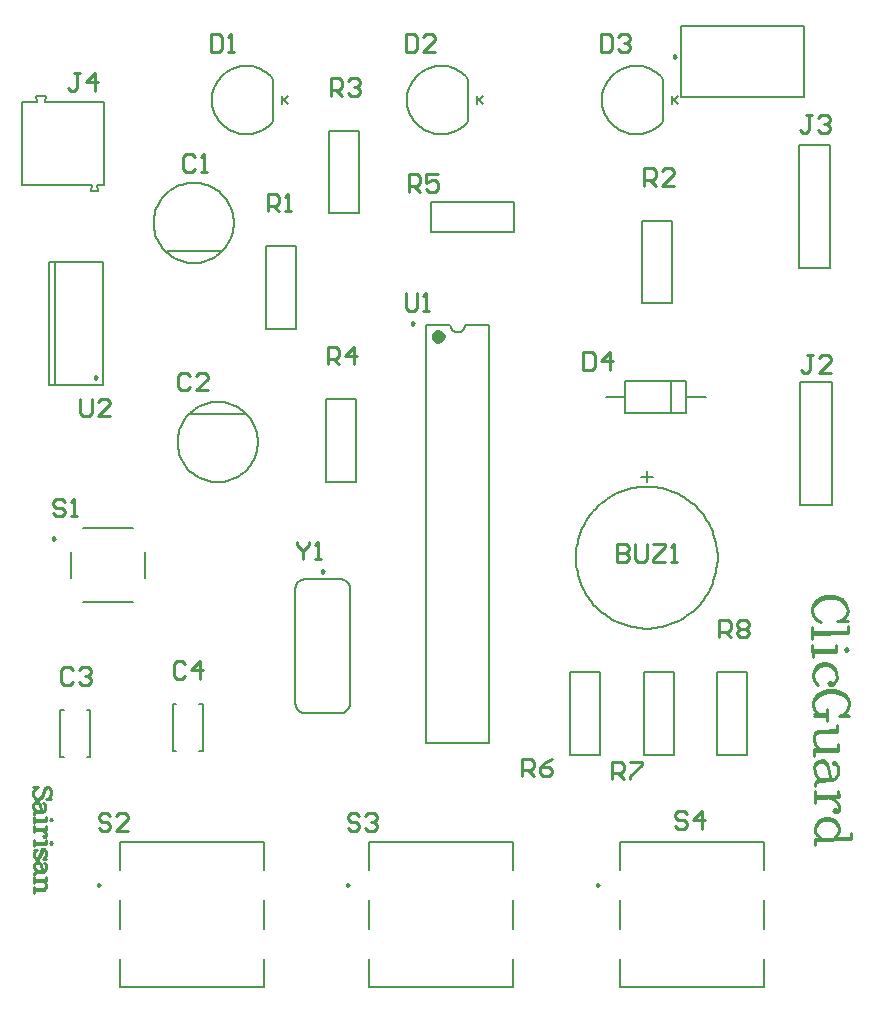
<source format=gto>
%FSTAX23Y23*%
%MOIN*%
%SFA1B1*%

%IPPOS*%
%ADD10C,0.009840*%
%ADD11C,0.023620*%
%ADD12C,0.007870*%
%ADD13C,0.005910*%
%ADD14C,0.010000*%
%ADD15C,0.006000*%
%LNclicguard-1*%
%LPD*%
G54D10*
X04507Y04104D02*
X045Y04109D01*
Y041*
X04507Y04104*
X02587Y01343D02*
X0258Y01347D01*
Y01339*
X02587Y01343*
X03417D02*
X0341Y01347D01*
Y01339*
X03417Y01343*
X03634Y03216D02*
X03627Y0322D01*
Y03211*
X03634Y03216*
X02578Y03035D02*
X0257Y0304D01*
Y03031*
X02578Y03035*
X04252Y01343D02*
X04245Y01347D01*
Y01339*
X04252Y01343*
X02437Y02498D02*
X02429Y02502D01*
Y02494*
X02437Y02498*
X03334Y02389D02*
X03327Y02393D01*
Y02384*
X03334Y02389*
G54D11*
X03726Y03172D02*
X03722Y03181D01*
X03712Y03184*
X03704Y03177*
Y03167*
X03712Y0316*
X03722Y03163*
X03726Y03172*
G54D12*
X03755Y03211D02*
X03756Y03202D01*
X03762Y03194*
X0377Y03188*
X0378Y03186*
X03789Y03188*
X03797Y03194*
X03803Y03202*
X03805Y03211*
X04462Y04033D02*
X04456Y0404D01*
X04448Y04047*
X04441Y04053*
X04432Y04058*
X04424Y04063*
X04415Y04066*
X04405Y04069*
X04396Y04072*
X04386Y04073*
X04376Y04074*
X04366Y04073*
X04357Y04072*
X04347Y0407*
X04338Y04068*
X04328Y04064*
X0432Y0406*
X04311Y04054*
X04303Y04049*
X04296Y04042*
X04289Y04035*
X04283Y04027*
X04277Y04019*
X04281Y04025D02*
X04276Y04017D01*
X04271Y04008*
X04267Y03999*
X04264Y03989*
X04262Y0398*
X04261Y0397*
X0426Y0396*
X04261Y0395*
X04262Y0394*
X04264Y0393*
X04267Y0392*
X04271Y03911*
X04276Y03902*
X04281Y03894*
X04287Y03886*
X04294Y03879*
X04301Y03872*
X04309Y03866*
X04318Y0386*
X04327Y03856*
X04336Y03852*
X04345Y03849*
X04355Y03847*
X04365Y03846*
X04375Y03845*
X04385Y03846*
X04395Y03847*
X04405Y03849*
X04414Y03852*
X04424Y03856*
X04432Y03861*
X04441Y03867*
X04449Y03873*
X04456Y03879*
X04463Y03887*
X03162Y04033D02*
X03156Y0404D01*
X03148Y04047*
X03141Y04053*
X03132Y04058*
X03124Y04063*
X03115Y04066*
X03105Y04069*
X03096Y04072*
X03086Y04073*
X03076Y04074*
X03066Y04073*
X03057Y04072*
X03047Y0407*
X03038Y04068*
X03028Y04064*
X0302Y0406*
X03011Y04054*
X03003Y04049*
X02996Y04042*
X02989Y04035*
X02983Y04027*
X02977Y04019*
X02981Y04025D02*
X02976Y04017D01*
X02971Y04008*
X02967Y03999*
X02964Y03989*
X02962Y0398*
X02961Y0397*
X0296Y0396*
X02961Y0395*
X02962Y0394*
X02964Y0393*
X02967Y0392*
X02971Y03911*
X02976Y03902*
X02981Y03894*
X02987Y03886*
X02994Y03879*
X03001Y03872*
X03009Y03866*
X03018Y0386*
X03027Y03856*
X03036Y03852*
X03045Y03849*
X03055Y03847*
X03065Y03846*
X03075Y03845*
X03085Y03846*
X03095Y03847*
X03105Y03849*
X03114Y03852*
X03124Y03856*
X03132Y03861*
X03141Y03867*
X03149Y03873*
X03156Y03879*
X03163Y03887*
X03812Y04033D02*
X03806Y0404D01*
X03798Y04047*
X03791Y04053*
X03782Y04058*
X03774Y04063*
X03765Y04066*
X03755Y04069*
X03746Y04072*
X03736Y04073*
X03726Y04074*
X03716Y04073*
X03707Y04072*
X03697Y0407*
X03688Y04068*
X03678Y04064*
X0367Y0406*
X03661Y04054*
X03653Y04049*
X03646Y04042*
X03639Y04035*
X03633Y04027*
X03627Y04019*
X03631Y04025D02*
X03626Y04017D01*
X03621Y04008*
X03617Y03999*
X03614Y03989*
X03612Y0398*
X03611Y0397*
X0361Y0396*
X03611Y0395*
X03612Y0394*
X03614Y0393*
X03617Y0392*
X03621Y03911*
X03626Y03902*
X03631Y03894*
X03637Y03886*
X03644Y03879*
X03651Y03872*
X03659Y03866*
X03668Y0386*
X03677Y03856*
X03686Y03852*
X03695Y03849*
X03705Y03847*
X03715Y03846*
X03725Y03845*
X03735Y03846*
X03745Y03847*
X03755Y03849*
X03764Y03852*
X03774Y03856*
X03782Y03861*
X03791Y03867*
X03799Y03873*
X03806Y03879*
X03813Y03887*
X03389Y01916D02*
X03399Y01918D01*
X03408Y01922*
X03415Y01929*
X03419Y01939*
X03421Y01949*
X03238D02*
X0324Y01939D01*
X03244Y01929*
X03251Y01922*
X0326Y01918*
X0327Y01916*
Y02363D02*
X0326Y02361D01*
X03251Y02357*
X03244Y0235*
X0324Y0234*
X03238Y0233*
X03421D02*
X03419Y0234D01*
X03415Y0235*
X03408Y02357*
X03399Y02361*
X03389Y02363*
X04934Y03971D02*
Y04208D01*
X04525D02*
X04934D01*
X04525Y03971D02*
Y04208D01*
Y03971D02*
X04934D01*
X02654Y01485D02*
X03135D01*
Y01004D02*
Y01095D01*
Y01197D02*
Y01292D01*
Y01394D02*
Y01485D01*
X02654Y01004D02*
X03135D01*
X02654D02*
Y01095D01*
Y01197D02*
Y01292D01*
Y01394D02*
Y01485D01*
X03484D02*
X03965D01*
Y01004D02*
Y01095D01*
Y01197D02*
Y01292D01*
Y01394D02*
Y01485D01*
X03484Y01004D02*
X03965D01*
X03484D02*
Y01095D01*
Y01197D02*
Y01292D01*
Y01394D02*
Y01485D01*
X03675Y01818D02*
X03884D01*
X03805Y03211D02*
X03884D01*
X03675D02*
X03755D01*
X03884Y01818D02*
Y03211D01*
X03675Y01818D02*
Y03211D01*
X0441Y02685D02*
Y02724D01*
X0439Y02704D02*
X04429D01*
X04337Y02916D02*
X04542D01*
X04337D02*
Y03023D01*
X04542*
Y02916D02*
Y03023D01*
Y0297D02*
X04606D01*
X04273D02*
X04337D01*
X04491Y02919D02*
Y0302D01*
X04395Y03282D02*
Y03557D01*
X04494*
Y03282D02*
Y03557D01*
X04395Y03282D02*
X04494D01*
X03692Y03619D02*
X03967D01*
Y0352D02*
Y03619D01*
X03692Y0352D02*
X03967D01*
X03692D02*
Y03619D01*
X0314Y03197D02*
Y03472D01*
X03239*
Y03197D02*
Y03472D01*
X0314Y03197D02*
X03239D01*
X04155Y02052D02*
X04254D01*
X04155Y01777D02*
Y02052D01*
Y01777D02*
X04254D01*
Y02052*
X044Y01777D02*
X04499D01*
Y02052*
X044D02*
X04499D01*
X044Y01777D02*
Y02052D01*
X04917Y0381D02*
X05022D01*
X04917Y03399D02*
Y0381D01*
Y03399D02*
X05022D01*
Y0381*
X04922Y0302D02*
X05027D01*
X04922Y02609D02*
Y0302D01*
Y02609D02*
X05027D01*
Y0302*
X02557Y03657D02*
X02559Y03677D01*
X02577D02*
X02579Y03657D01*
X02557D02*
X02579D01*
X02602Y03677D02*
Y03952D01*
X02327D02*
X02378D01*
X02327Y03677D02*
Y03952D01*
X02577Y03677D02*
X02602D01*
X02327D02*
X02559D01*
X02375Y03972D02*
X02406D01*
X02375D02*
X02378Y03952D01*
X02403D02*
X02602D01*
X02403Y03952D02*
X02406Y03972D01*
X02809Y03457D02*
X0299D01*
X02437Y0301D02*
Y03419D01*
X02417Y0301D02*
X02598D01*
Y03419D01*
X02417D02*
X02598D01*
X02417Y0301D02*
Y03419D01*
X04319Y01394D02*
Y01485D01*
Y01197D02*
Y01292D01*
Y01004D02*
Y01095D01*
Y01004D02*
X048D01*
Y01394D02*
Y01485D01*
Y01197D02*
Y01292D01*
Y01004D02*
Y01095D01*
X04319Y01485D02*
X048D01*
X02738Y02366D02*
Y02453D01*
X02532Y02533D02*
X02697D01*
X02491Y02366D02*
Y02453D01*
X02532Y02286D02*
X02697D01*
X04465Y0389D02*
Y0403D01*
X0334Y02687D02*
X03439D01*
Y02962*
X0334D02*
X03439D01*
X0334Y02687D02*
Y02962D01*
X03165Y0389D02*
Y0403D01*
X0335Y03582D02*
X03449D01*
Y03857*
X0335D02*
X03449D01*
X0335Y03582D02*
Y03857D01*
X02889Y02913D02*
X0307D01*
X03815Y0389D02*
Y0403D01*
X04645Y02052D02*
X04744D01*
X04645Y01777D02*
Y02052D01*
Y01777D02*
X04744D01*
Y02052*
X02455Y01771D02*
X02466D01*
X02543D02*
X02554D01*
Y01928*
X02455D02*
X02466D01*
X02543D02*
X02554D01*
X02455Y01771D02*
Y01928D01*
X0327Y02363D02*
D01*
X03389*
X0327Y01916D02*
X03389D01*
X03421Y01949D02*
Y0233D01*
X03238Y01949D02*
Y0233D01*
X0283Y01791D02*
X02841D01*
X02918D02*
X02929D01*
Y01948*
X0283D02*
X02841D01*
X02918D02*
X02929D01*
X0283Y01791D02*
Y01948D01*
G54D13*
X04646Y02435D02*
X04646Y02445D01*
X04645Y02455*
X04644Y02465*
X04642Y02474*
X0464Y02484*
X04638Y02494*
X04635Y02504*
X04632Y02513*
X04629Y02523*
X04625Y02532*
X0462Y02541*
X04616Y0255*
X04611Y02558*
X04605Y02567*
X04599Y02575*
X04593Y02583*
X04587Y02591*
X0458Y02598*
X04573Y02605*
X04566Y02612*
X04558Y02618*
X0455Y02624*
X04542Y0263*
X04533Y02636*
X04525Y02641*
X04516Y02645*
X04507Y0265*
X04498Y02654*
X04488Y02657*
X04479Y0266*
X04469Y02663*
X04459Y02665*
X04449Y02667*
X0444Y02669*
X0443Y0267*
X0442Y02671*
X0441Y02671*
X04399Y02671*
X04389Y0267*
X0438Y02669*
X0437Y02667*
X0436Y02665*
X0435Y02663*
X0434Y0266*
X04331Y02657*
X04321Y02654*
X04312Y0265*
X04303Y02645*
X04294Y02641*
X04286Y02636*
X04277Y0263*
X04269Y02624*
X04261Y02618*
X04253Y02612*
X04246Y02605*
X04239Y02598*
X04232Y02591*
X04226Y02583*
X0422Y02575*
X04214Y02567*
X04208Y02558*
X04203Y0255*
X04199Y02541*
X04194Y02532*
X0419Y02523*
X04187Y02513*
X04184Y02504*
X04181Y02494*
X04179Y02484*
X04177Y02474*
X04175Y02465*
X04174Y02455*
X04173Y02445*
X04173Y02435*
X04173Y02424*
X04174Y02414*
X04175Y02404*
X04177Y02395*
X04179Y02385*
X04181Y02375*
X04184Y02365*
X04187Y02356*
X0419Y02346*
X04194Y02337*
X04199Y02328*
X04203Y02319*
X04208Y02311*
X04214Y02302*
X0422Y02294*
X04226Y02286*
X04232Y02278*
X04239Y02271*
X04246Y02264*
X04253Y02257*
X04261Y02251*
X04269Y02245*
X04277Y02239*
X04286Y02233*
X04294Y02228*
X04303Y02224*
X04312Y02219*
X04321Y02215*
X04331Y02212*
X0434Y02209*
X0435Y02206*
X0436Y02204*
X0437Y02202*
X0438Y022*
X04389Y02199*
X04399Y02198*
X0441Y02198*
X0442Y02198*
X0443Y02199*
X0444Y022*
X04449Y02202*
X04459Y02204*
X04469Y02206*
X04479Y02209*
X04488Y02212*
X04498Y02215*
X04507Y02219*
X04516Y02224*
X04525Y02228*
X04533Y02233*
X04542Y02239*
X0455Y02245*
X04558Y02251*
X04566Y02257*
X04573Y02264*
X0458Y02271*
X04587Y02278*
X04593Y02286*
X04599Y02294*
X04605Y02302*
X04611Y02311*
X04616Y02319*
X0462Y02328*
X04625Y02337*
X04629Y02346*
X04632Y02356*
X04635Y02365*
X04638Y02375*
X0464Y02385*
X04642Y02395*
X04644Y02405*
X04645Y02414*
X04646Y02424*
X04646Y02435*
X03033Y0355D02*
X03033Y0356D01*
X03032Y0357*
X0303Y0358*
X03027Y0359*
X03024Y03599*
X0302Y03608*
X03015Y03617*
X0301Y03626*
X03004Y03634*
X02998Y03641*
X02991Y03648*
X02983Y03655*
X02975Y03661*
X02966Y03666*
X02958Y03671*
X02948Y03675*
X02939Y03678*
X02929Y03681*
X02919Y03683*
X0291Y03684*
X029Y03684*
X0289Y03684*
X0288Y03683*
X0287Y03681*
X0286Y03678*
X02851Y03675*
X02841Y03671*
X02833Y03666*
X02824Y03661*
X02816Y03655*
X02808Y03648*
X02801Y03641*
X02795Y03634*
X02789Y03626*
X02784Y03617*
X02779Y03608*
X02775Y03599*
X02772Y0359*
X02769Y0358*
X02767Y0357*
X02766Y0356*
X02766Y0355*
X02766Y0354*
X02767Y0353*
X02769Y03521*
X02772Y03511*
X02775Y03501*
X02779Y03492*
X02784Y03483*
X02789Y03475*
X02795Y03467*
X02801Y03459*
X02808Y03452*
X02816Y03446*
X02824Y0344*
X02833Y03434*
X02841Y0343*
X02851Y03426*
X0286Y03422*
X0287Y0342*
X0288Y03418*
X0289Y03417*
X029Y03416*
X0291Y03417*
X02919Y03418*
X02929Y0342*
X02939Y03422*
X02948Y03426*
X02958Y0343*
X02966Y03434*
X02975Y0344*
X02983Y03446*
X02991Y03452*
X02998Y03459*
X03004Y03467*
X0301Y03475*
X03015Y03483*
X0302Y03492*
X03024Y03501*
X03027Y03511*
X0303Y03521*
X03032Y0353*
X03033Y0354*
X03033Y0355*
X03113Y0282D02*
X03113Y0283D01*
X03112Y02839*
X0311Y02849*
X03107Y02859*
X03104Y02868*
X031Y02878*
X03095Y02886*
X0309Y02895*
X03084Y02903*
X03078Y02911*
X03071Y02918*
X03063Y02924*
X03055Y0293*
X03046Y02935*
X03038Y0294*
X03028Y02944*
X03019Y02947*
X03009Y0295*
X02999Y02952*
X0299Y02953*
X0298Y02953*
X0297Y02953*
X0296Y02952*
X0295Y0295*
X0294Y02947*
X02931Y02944*
X02921Y0294*
X02913Y02935*
X02904Y0293*
X02896Y02924*
X02888Y02918*
X02881Y02911*
X02875Y02903*
X02869Y02895*
X02864Y02886*
X02859Y02878*
X02855Y02868*
X02852Y02859*
X02849Y02849*
X02847Y02839*
X02846Y0283*
X02846Y0282*
X02846Y0281*
X02847Y028*
X02849Y0279*
X02852Y0278*
X02855Y02771*
X02859Y02761*
X02864Y02753*
X02869Y02744*
X02875Y02736*
X02881Y02728*
X02888Y02721*
X02896Y02715*
X02904Y02709*
X02913Y02704*
X02921Y02699*
X02931Y02695*
X0294Y02692*
X0295Y02689*
X0296Y02687*
X0297Y02686*
X0298Y02686*
X0299Y02686*
X02999Y02687*
X03009Y02689*
X03019Y02692*
X03028Y02695*
X03038Y02699*
X03046Y02704*
X03055Y02709*
X03063Y02715*
X03071Y02721*
X03078Y02728*
X03084Y02736*
X0309Y02744*
X03095Y02753*
X031Y02761*
X03104Y02771*
X03107Y0278*
X0311Y0279*
X03112Y028*
X03113Y0281*
X03113Y0282*
G54D14*
X05062Y02227D02*
X05045Y02222D01*
X05079Y02222*
X05062Y02227*
X05073Y02239*
X05079Y02256*
X05078Y02267*
X05072Y02284*
X05061Y02295*
X0505Y023*
X05033Y02306*
X05005Y02305*
X04988Y02299*
X04977Y02294*
X04966Y02282*
X0496Y02265*
X0496Y02254*
X04966Y02237*
X04978Y02226*
X04989Y02221*
X05078Y02267D02*
X05073Y02278D01*
X05061Y02289*
X0505Y02295*
X05033Y023*
X05005Y023*
X04988Y02294*
X04977Y02288*
X04966Y02277*
X0496Y02265*
X0508Y02188D02*
X04961Y02187D01*
X0508Y02183D02*
X04962Y02181D01*
X05079Y02205D02*
X0508Y02183D01*
X04961Y02203D02*
X04962Y02164D01*
X0508Y02128D02*
X05075Y02133D01*
X05069Y02127*
X05075Y02122*
X0508Y02128*
X05041Y02127D02*
X04962Y02126D01*
X05041Y02121D02*
X04962Y0212D01*
X05041Y02144D02*
X05041Y02121D01*
X04962Y02143D02*
X04963Y02103D01*
X05026Y02015D02*
X0502Y02021D01*
X05015Y02015*
X0502Y0201*
X05026Y0201*
X05037Y02021*
X05043Y02033*
X05042Y02049*
X05036Y02066*
X05025Y02077*
X05008Y02083*
X04997Y02083*
X0498Y02077*
X04969Y02065*
X04964Y02048*
X04964Y02037*
X0497Y0202*
X04981Y02009*
X05042Y02049D02*
X05036Y02061D01*
X05025Y02072*
X05008Y02077*
X04997Y02077*
X0498Y02071*
X04969Y0206*
X04964Y02048*
X05067Y01914D02*
X0505Y01908D01*
X05084Y01908*
X05067Y01914*
X05078Y01925*
X05083Y01942*
X05083Y01953*
X05077Y0197*
X05066Y01981*
X05054Y01987*
X05038Y01992*
X05009Y01992*
X04993Y01986*
X04981Y0198*
X0497Y01969*
X04965Y01952*
X04965Y0194*
X04971Y01924*
X04983Y01912*
X05083Y01953D02*
X05077Y01965D01*
X05066Y01976*
X05055Y01981*
X05038Y01986*
X0501Y01986*
X04993Y0198*
X04982Y01974*
X0497Y01963*
X04965Y01952*
X05011Y01913D02*
X04966Y01912D01*
X05011Y01907D02*
X04966Y01907D01*
X0501Y0193D02*
X05011Y0189D01*
X05045Y01859D02*
X04983Y01858D01*
X04972Y01852*
X04967Y01835*
X04967Y01824*
X04973Y01807*
X04984Y01796*
X05045Y01853D02*
X04983Y01852D01*
X04972Y01847*
X04967Y01835*
X05046Y01797D02*
X04967Y01796D01*
X05046Y01791D02*
X04968Y0179D01*
X05045Y01876D02*
X05045Y01853D01*
X05046Y01814D02*
X05046Y01791D01*
X04967Y01796D02*
X04968Y01773D01*
X05036Y01748D02*
X0503Y01748D01*
X0503Y01753*
X05036Y01754*
X05041Y01748*
X05047Y01737*
X05047Y01714*
X05042Y01703*
X05036Y01697*
X05025Y01692*
X04986Y01691*
X04975Y01685*
X04969Y01679*
X05036Y01697D02*
X04986Y01697D01*
X04975Y01691*
X04969Y01679*
X04969Y01674*
X05025Y01697D02*
X05019Y01703D01*
X05013Y01736*
X05007Y01753*
X04996Y01759*
X04985Y01758*
X04974Y01753*
X04968Y01736*
X04969Y01719*
X04974Y01708*
X04986Y01697*
X05013Y01736D02*
X05008Y01748D01*
X04996Y01753*
X04985Y01753*
X04974Y01747*
X04968Y01736*
X05049Y01641D02*
X0497Y0164D01*
X05049Y01636D02*
X0497Y01634D01*
X05015Y01635D02*
X05032Y0163D01*
X05043Y01619*
X05049Y01608*
X05049Y01591*
X05044Y01585*
X05038Y01585*
X05032Y0159*
X05038Y01596*
X05044Y01591*
X05048Y01658D02*
X05049Y01636D01*
X0497Y01657D02*
X0497Y01618D01*
X0509Y015D02*
X04972Y01498D01*
X0509Y01495D02*
X04972Y01493D01*
X05034Y01499D02*
X05045Y01511D01*
X0505Y01522*
X0505Y01533*
X05044Y0155*
X05033Y01561*
X05016Y01567*
X05005Y01566*
X04988Y01561*
X04977Y01549*
X04971Y01532*
X04972Y01521*
X04977Y0151*
X04989Y01499*
X0505Y01533D02*
X05044Y01544D01*
X05033Y01556*
X05016Y01561*
X05005Y01561*
X04988Y01555*
X04977Y01543*
X04971Y01532*
X0509Y01517D02*
X0509Y01495D01*
X04972Y01498D02*
X04972Y01476D01*
X02416Y01633D02*
X02425Y0163D01*
X02408Y0163*
X02416Y01633*
X02422Y01639*
X02425Y01647*
X02425Y01656*
X02422Y01664*
X02416Y0167*
X0241Y0167*
X02405Y01667*
X02402Y01664*
X02399Y01659*
X02393Y01641*
X02391Y01636*
X02385Y0163*
X0241Y0167D02*
X02405Y01664D01*
X02402Y01659*
X02396Y01641*
X02394Y01636*
X02391Y01633*
X02385Y0163*
X02374Y0163*
X02368Y01635*
X02365Y01644*
X02365Y01652*
X02368Y01661*
X02373Y01667*
X02382Y0167*
X02365Y0167*
X02373Y01667*
X02399Y01615D02*
X02397Y01615D01*
X02397Y01618*
X02399Y01618*
X02402Y01615*
X02405Y0161*
X02405Y01598*
X02403Y01593*
X024Y0159*
X02394Y01587*
X02374Y01587*
X02368Y01584*
X02366Y01581*
X024Y0159D02*
X02374Y01589D01*
X02368Y01587*
X02366Y01581*
X02366Y01578*
X02394Y0159D02*
X02391Y01592D01*
X02388Y0161*
X02385Y01618*
X02379Y01621*
X02374Y01621*
X02368Y01618*
X02365Y01609*
X02365Y01601*
X02368Y01595*
X02374Y01589*
X02388Y0161D02*
X02385Y01615D01*
X02379Y01618*
X02374Y01618*
X02368Y01615*
X02365Y01609*
X02426Y01561D02*
X02423Y01564D01*
X0242Y01561*
X02423Y01559*
X02426Y01561*
X02406Y01561D02*
X02366Y01561D01*
X02406Y01558D02*
X02366Y01558D01*
X02406Y0157D02*
X02406Y01558D01*
X02366Y01569D02*
X02366Y01549D01*
X02406Y0153D02*
X02366Y0153D01*
X02406Y01527D02*
X02366Y01527D01*
X02389Y01527D02*
X02398Y01525D01*
X02403Y01519*
X02406Y01513*
X02406Y01505*
X02403Y01502*
X02401Y01502*
X02398Y01505*
X02401Y01507*
X02403Y01505*
X02406Y01539D02*
X02406Y01527D01*
X02366Y01539D02*
X02366Y01519D01*
X02426Y01484D02*
X02424Y01487D01*
X02421Y01484*
X02424Y01481*
X02426Y01484*
X02406Y01484D02*
X02367Y01484D01*
X02407Y01481D02*
X02367Y01481D01*
X02406Y01493D02*
X02407Y01481D01*
X02366Y01492D02*
X02367Y01472D01*
X02401Y01433D02*
X02407Y0143D01*
X02396Y0143*
X02401Y01433*
X02404Y01436*
X02407Y01442*
X02407Y01453*
X02404Y01459*
X02401Y01462*
X02395Y01462*
X02392Y01459*
X0239Y01453*
X02384Y01439*
X02381Y01433*
X02378Y0143*
X02398Y01462D02*
X02395Y01459D01*
X02393Y01453*
X02387Y01439*
X02384Y01433*
X02381Y0143*
X02373Y0143*
X0237Y01433*
X02367Y01439*
X02367Y0145*
X0237Y01456*
X02372Y01459*
X02378Y01461*
X02367Y01461*
X02372Y01459*
X02401Y01415D02*
X02399Y01415D01*
X02399Y01418*
X02401Y01418*
X02404Y01415*
X02407Y01409*
X02407Y01398*
X02405Y01392*
X02402Y01389*
X02396Y01386*
X02376Y01386*
X0237Y01383*
X02368Y0138*
X02402Y01389D02*
X02376Y01389D01*
X0237Y01386*
X02368Y0138*
X02368Y01377*
X02396Y01389D02*
X02393Y01392D01*
X0239Y01409*
X02387Y01418*
X02381Y0142*
X02376Y0142*
X0237Y01417*
X02367Y01409*
X02367Y014*
X0237Y01395*
X02376Y01389*
X0239Y01409D02*
X02387Y01415D01*
X02381Y01418*
X02376Y01417*
X0237Y01415*
X02367Y01409*
X02408Y01361D02*
X02368Y0136D01*
X02408Y01358D02*
X02368Y01357D01*
X02399Y01358D02*
X02405Y01352D01*
X02408Y01344*
X02408Y01338*
X02405Y01329*
X024Y01326*
X02368Y01326*
X02408Y01338D02*
X02405Y01332D01*
X024Y01329*
X02368Y01329*
X02408Y01369D02*
X02408Y01358D01*
X02368Y01369D02*
X02368Y01349D01*
X02368Y01337D02*
X02368Y01317D01*
X03606Y03315D02*
Y03266D01*
X03616Y03256*
X03635*
X03645Y03266*
Y03315*
X03665Y03256D02*
X03685D01*
X03675*
Y03315*
X03665Y03305*
X0431Y02479D02*
Y0242D01*
X0434*
X0435Y0243*
Y0244*
X0434Y0245*
X0431*
X0434*
X0435Y0246*
Y02469*
X0434Y02479*
X0431*
X0437D02*
Y0243D01*
X0438Y0242*
X044*
X0441Y0243*
Y02479*
X04429D02*
X04469D01*
Y02469*
X04429Y0243*
Y0242*
X04469*
X04489D02*
X04509D01*
X04499*
Y02479*
X04489Y02469*
X03616Y03654D02*
Y03713D01*
X03645*
X03655Y03703*
Y03683*
X03645Y03673*
X03616*
X03635D02*
X03655Y03654D01*
X03715Y03713D02*
X03675D01*
Y03683*
X03695Y03693*
X03705*
X03715Y03683*
Y03664*
X03705Y03654*
X03685*
X03675Y03664*
X02471Y02621D02*
X02461Y02631D01*
X02442*
X02432Y02621*
Y02611*
X02442Y02601*
X02461*
X02471Y02591*
Y02582*
X02461Y02572*
X02442*
X02432Y02582*
X02491Y02572D02*
X02511D01*
X02501*
Y02631*
X02491Y02621*
X02956Y04179D02*
Y0412D01*
X02985*
X02995Y0413*
Y04169*
X02985Y04179*
X02956*
X03015Y0412D02*
X03035D01*
X03025*
Y04179*
X03015Y04169*
X03452Y01572D02*
X03442Y01582D01*
X03423*
X03413Y01572*
Y01562*
X03423Y01552*
X03442*
X03452Y01542*
Y01533*
X03442Y01523*
X03423*
X03413Y01533*
X03472Y01572D02*
X03482Y01582D01*
X03502*
X03512Y01572*
Y01562*
X03502Y01552*
X03492*
X03502*
X03512Y01542*
Y01533*
X03502Y01523*
X03482*
X03472Y01533*
X0252Y04049D02*
X025D01*
X0251*
Y04*
X025Y0399*
X0249*
X0248Y04*
X02569Y0399D02*
Y04049D01*
X0254Y0402*
X02579*
X04965Y03109D02*
X04945D01*
X04955*
Y0306*
X04945Y0305*
X04935*
X04925Y0306*
X05024Y0305D02*
X04985D01*
X05024Y0309*
Y03099*
X05014Y03109*
X04994*
X04985Y03099*
X0496Y03909D02*
X0494D01*
X0495*
Y0386*
X0494Y0385*
X0493*
X0492Y0386*
X0498Y03899D02*
X04989Y03909D01*
X05009*
X05019Y03899*
Y0389*
X05009Y0388*
X04999*
X05009*
X05019Y0387*
Y0386*
X05009Y0385*
X04989*
X0498Y0386*
X0252Y02964D02*
Y02915D01*
X0253Y02905*
X0255*
X0256Y02915*
Y02964*
X02619Y02905D02*
X0258D01*
X02619Y02945*
Y02954*
X02609Y02964*
X02589*
X0258Y02954*
X04197Y0312D02*
Y03061D01*
X04226*
X04236Y03071*
Y0311*
X04226Y0312*
X04197*
X04286Y03061D02*
Y0312D01*
X04256Y0309*
X04296*
X03606Y04179D02*
Y0412D01*
X03635*
X03645Y0413*
Y04169*
X03635Y04179*
X03606*
X03705Y0412D02*
X03665D01*
X03705Y04159*
Y04169*
X03695Y04179*
X03675*
X03665Y04169*
X04256Y04179D02*
Y0412D01*
X04285*
X04295Y0413*
Y04169*
X04285Y04179*
X04256*
X04315Y04169D02*
X04325Y04179D01*
X04345*
X04355Y04169*
Y04159*
X04345Y04149*
X04335*
X04345*
X04355Y04139*
Y0413*
X04345Y0412*
X04325*
X04315Y0413*
X02622Y01572D02*
X02612Y01582D01*
X02593*
X02583Y01572*
Y01562*
X02593Y01552*
X02612*
X02622Y01542*
Y01533*
X02612Y01523*
X02593*
X02583Y01533*
X02682Y01523D02*
X02642D01*
X02682Y01562*
Y01572*
X02672Y01582*
X02652*
X02642Y01572*
X04545Y01579D02*
X04535Y01589D01*
X04515*
X04505Y01579*
Y0157*
X04515Y0156*
X04535*
X04545Y0155*
Y0154*
X04535Y0153*
X04515*
X04505Y0154*
X04594Y0153D02*
Y01589D01*
X04565Y0156*
X04604*
X03356Y03974D02*
Y04033D01*
X03385*
X03395Y04023*
Y04003*
X03385Y03993*
X03356*
X03375D02*
X03395Y03974D01*
X03415Y04023D02*
X03425Y04033D01*
X03445*
X03455Y04023*
Y04013*
X03445Y04003*
X03435*
X03445*
X03455Y03993*
Y03984*
X03445Y03974*
X03425*
X03415Y03984*
X02497Y02059D02*
X02487Y02069D01*
X02468*
X02458Y02059*
Y0202*
X02468Y0201*
X02487*
X02497Y0202*
X02517Y02059D02*
X02527Y02069D01*
X02547*
X02557Y02059*
Y02049*
X02547Y02039*
X02537*
X02547*
X02557Y02029*
Y0202*
X02547Y0201*
X02527*
X02517Y0202*
X02872Y02079D02*
X02862Y02089D01*
X02843*
X02833Y02079*
Y0204*
X02843Y0203*
X02862*
X02872Y0204*
X02922Y0203D02*
Y02089D01*
X02892Y02059*
X02932*
X03244Y02488D02*
Y02478D01*
X03263Y02458*
X03283Y02478*
Y02488*
X03263Y02458D02*
Y02429D01*
X03303D02*
X03323D01*
X03313*
Y02488*
X03303Y02478*
X02905Y0377D02*
X02895Y0378D01*
X02875*
X02865Y0377*
Y0373*
X02875Y0372*
X02895*
X02905Y0373*
X02924Y0372D02*
X02944D01*
X02934*
Y0378*
X02924Y0377*
X02887Y03041D02*
X02877Y03051D01*
X02858*
X02848Y03041*
Y03002*
X02858Y02992*
X02877*
X02887Y03002*
X02947Y02992D02*
X02907D01*
X02947Y03031*
Y03041*
X02937Y03051*
X02917*
X02907Y03041*
X04651Y02169D02*
Y02228D01*
X0468*
X0469Y02218*
Y02198*
X0468Y02188*
X04651*
X0467D02*
X0469Y02169D01*
X0471Y02218D02*
X0472Y02228D01*
X0474*
X0475Y02218*
Y02208*
X0474Y02198*
X0475Y02188*
Y02179*
X0474Y02169*
X0472*
X0471Y02179*
Y02188*
X0472Y02198*
X0471Y02208*
Y02218*
X0472Y02198D02*
X0474D01*
X03995Y01705D02*
Y01764D01*
X04025*
X04035Y01754*
Y01735*
X04025Y01725*
X03995*
X04015D02*
X04035Y01705D01*
X04094Y01764D02*
X04074Y01754D01*
X04055Y01735*
Y01715*
X04064Y01705*
X04084*
X04094Y01715*
Y01725*
X04084Y01735*
X04055*
X04295Y01695D02*
Y01754D01*
X04325*
X04335Y01744*
Y01725*
X04325Y01715*
X04295*
X04315D02*
X04335Y01695D01*
X04355Y01754D02*
X04394D01*
Y01744*
X04355Y01705*
Y01695*
X04401Y03674D02*
Y03733D01*
X0443*
X0444Y03723*
Y03703*
X0443Y03693*
X04401*
X0442D02*
X0444Y03674D01*
X045D02*
X0446D01*
X045Y03713*
Y03723*
X0449Y03733*
X0447*
X0446Y03723*
X03146Y03589D02*
Y03648D01*
X03175*
X03185Y03638*
Y03618*
X03175Y03608*
X03146*
X03165D02*
X03185Y03589D01*
X03205D02*
X03225D01*
X03215*
Y03648*
X03205Y03638*
X03346Y03079D02*
Y03138D01*
X03375*
X03385Y03128*
Y03108*
X03375Y03098*
X03346*
X03365D02*
X03385Y03079D01*
X03435D02*
Y03138D01*
X03405Y03108*
X03445*
G54D15*
X04495Y03974D02*
Y03945D01*
Y03955*
X04514Y03974*
X045Y0396*
X04514Y03945*
X03195Y03974D02*
Y03945D01*
Y03955*
X03214Y03974*
X032Y0396*
X03214Y03945*
X03845Y03974D02*
Y03945D01*
Y03955*
X03864Y03974*
X0385Y0396*
X03864Y03945*
M02*
</source>
